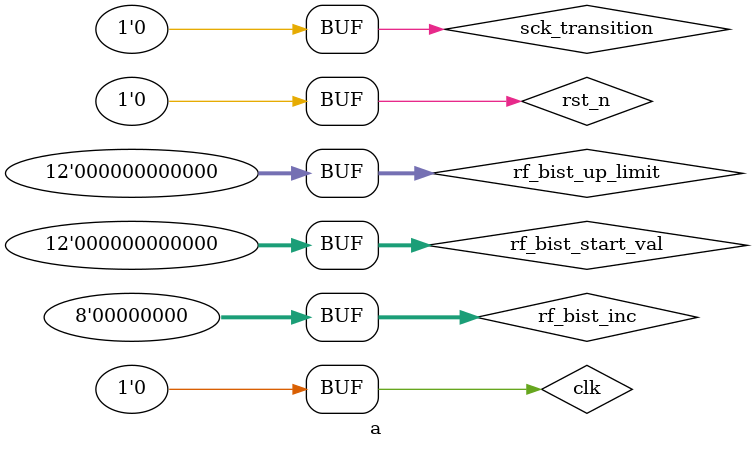
<source format=v>
`timescale 1ns / 1ps


module a;

	// Inputs
	reg clk;
	reg rst_n;
	reg sck_transition;
	reg [11:0] rf_bist_start_val;
	reg [7:0] rf_bist_inc;
	reg [11:0] rf_bist_up_limit;

	// Outputs
	wire [31:0] i2si_bist_out_data;
	wire i2si_bist_out_xfc;

	// Instantiate the Unit Under Test (UUT)
	i2si_bist_gen uut (
		.clk(clk), 
		.rst_n(rst_n), 
		.sck_transition(sck_transition), 
		.rf_bist_start_val(rf_bist_start_val), 
		.rf_bist_inc(rf_bist_inc), 
		.rf_bist_up_limit(rf_bist_up_limit), 
		.i2si_bist_out_data(i2si_bist_out_data), 
		.i2si_bist_out_xfc(i2si_bist_out_xfc)
	);

	initial begin
		// Initialize Inputs
		clk = 0;
		rst_n = 0;
		sck_transition = 0;
		rf_bist_start_val = 0;
		rf_bist_inc = 0;
		rf_bist_up_limit = 0;

		// Wait 100 ns for global reset to finish
		#100;
        
		// Add stimulus here

	end
      
endmodule


</source>
